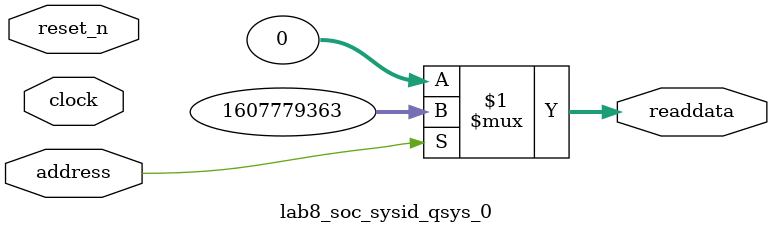
<source format=v>



// synthesis translate_off
`timescale 1ns / 1ps
// synthesis translate_on

// turn off superfluous verilog processor warnings 
// altera message_level Level1 
// altera message_off 10034 10035 10036 10037 10230 10240 10030 

module lab8_soc_sysid_qsys_0 (
               // inputs:
                address,
                clock,
                reset_n,

               // outputs:
                readdata
             )
;

  output  [ 31: 0] readdata;
  input            address;
  input            clock;
  input            reset_n;

  wire    [ 31: 0] readdata;
  //control_slave, which is an e_avalon_slave
  assign readdata = address ? 1607779363 : 0;

endmodule



</source>
